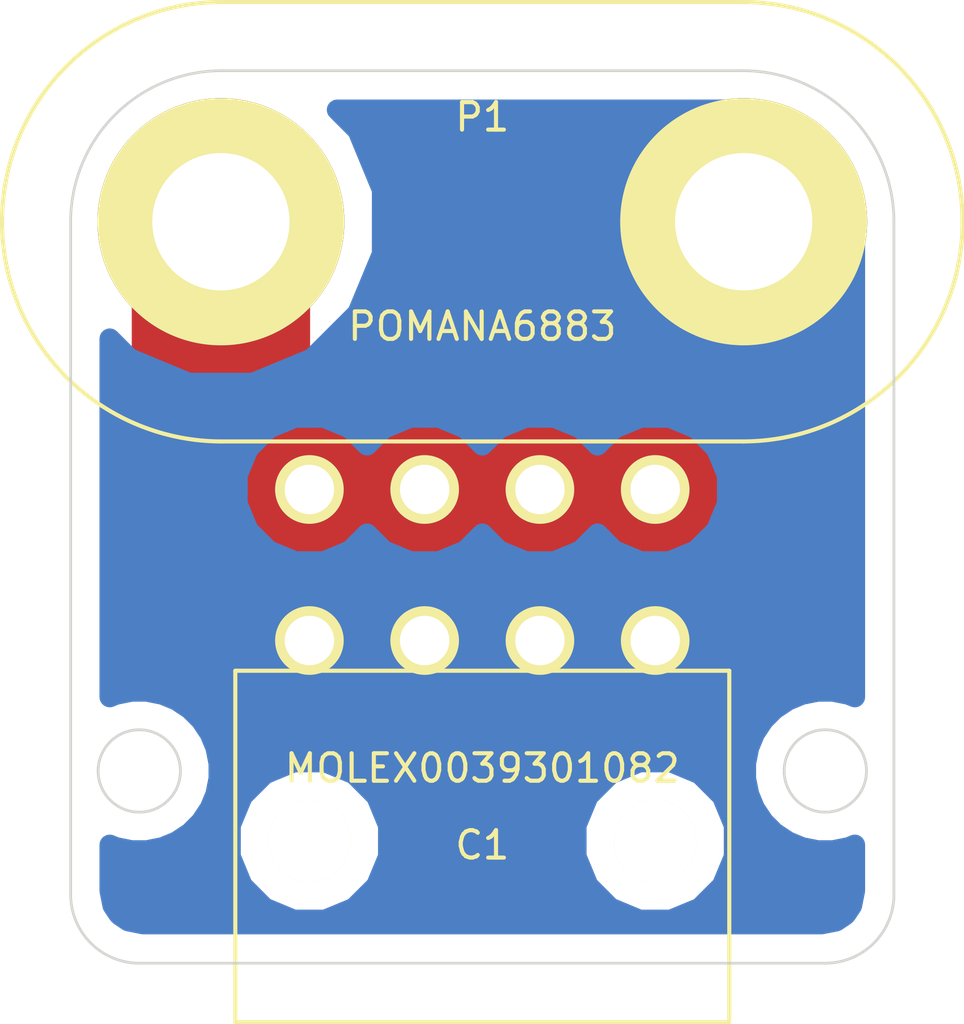
<source format=kicad_pcb>
(kicad_pcb (version 3) (host pcbnew "(2013-jul-07)-stable")

  (general
    (links 8)
    (no_connects 4)
    (area 335.369999 217.234999 372.020001 256.035001)
    (thickness 1.6)
    (drawings 10)
    (tracks 8)
    (zones 0)
    (modules 2)
    (nets 3)
  )

  (page A3)
  (layers
    (15 F.Cu signal)
    (0 B.Cu signal)
    (16 B.Adhes user)
    (17 F.Adhes user)
    (18 B.Paste user)
    (19 F.Paste user)
    (20 B.SilkS user)
    (21 F.SilkS user)
    (22 B.Mask user)
    (23 F.Mask user)
    (24 Dwgs.User user)
    (25 Cmts.User user)
    (26 Eco1.User user)
    (27 Eco2.User user)
    (28 Edge.Cuts user)
  )

  (setup
    (last_trace_width 2.5)
    (trace_clearance 0.75)
    (zone_clearance 1)
    (zone_45_only no)
    (trace_min 0.254)
    (segment_width 0.2)
    (edge_width 0.1)
    (via_size 0.889)
    (via_drill 0.635)
    (via_min_size 0.889)
    (via_min_drill 0.508)
    (uvia_size 0.508)
    (uvia_drill 0.127)
    (uvias_allowed no)
    (uvia_min_size 0.508)
    (uvia_min_drill 0.127)
    (pcb_text_width 0.3)
    (pcb_text_size 1.5 1.5)
    (mod_edge_width 0.15)
    (mod_text_size 1 1)
    (mod_text_width 0.15)
    (pad_size 2.5 2.5)
    (pad_drill 1.8)
    (pad_to_mask_clearance 0)
    (aux_axis_origin 0 0)
    (visible_elements 7FFFFFFF)
    (pcbplotparams
      (layerselection 268468225)
      (usegerberextensions true)
      (excludeedgelayer true)
      (linewidth 0.150000)
      (plotframeref false)
      (viasonmask false)
      (mode 1)
      (useauxorigin false)
      (hpglpennumber 1)
      (hpglpenspeed 20)
      (hpglpendiameter 15)
      (hpglpenoverlay 2)
      (psnegative false)
      (psa4output false)
      (plotreference true)
      (plotvalue true)
      (plotothertext true)
      (plotinvisibletext false)
      (padsonsilk false)
      (subtractmaskfromsilk false)
      (outputformat 1)
      (mirror false)
      (drillshape 0)
      (scaleselection 1)
      (outputdirectory Gerber/))
  )

  (net 0 "")
  (net 1 /GND)
  (net 2 /V_12)

  (net_class Default "This is the default net class."
    (clearance 0.75)
    (trace_width 2.5)
    (via_dia 0.889)
    (via_drill 0.635)
    (uvia_dia 0.508)
    (uvia_drill 0.127)
    (add_net "")
    (add_net /GND)
  )

  (net_class Power ""
    (clearance 0.75)
    (trace_width 6.5)
    (via_dia 0.889)
    (via_drill 0.635)
    (uvia_dia 0.508)
    (uvia_drill 0.127)
    (add_net /V_12)
  )

  (module molex0039301082 (layer F.Cu) (tedit 53DD4C3C) (tstamp 53DD2B5B)
    (at 353.695 238.56)
    (path /53DD2864)
    (fp_text reference C1 (at 0 10.2) (layer F.SilkS)
      (effects (font (size 1 1) (thickness 0.15)))
    )
    (fp_text value MOLEX0039301082 (at 0 7.4) (layer F.SilkS)
      (effects (font (size 1 1) (thickness 0.15)))
    )
    (fp_line (start 9 16.65) (end -9 16.65) (layer F.SilkS) (width 0.15))
    (fp_line (start -9 16.65) (end -9 3.85) (layer F.SilkS) (width 0.15))
    (fp_line (start -9 3.85) (end 9 3.85) (layer F.SilkS) (width 0.15))
    (fp_line (start 9 3.85) (end 9 16.65) (layer F.SilkS) (width 0.15))
    (pad 1 thru_hole circle (at 6.3 2.75) (size 2.5 2.5) (drill 1.8)
      (layers *.Cu *.Mask F.SilkS)
      (net 1 /GND)
    )
    (pad 2 thru_hole circle (at 2.1 2.75) (size 2.5 2.5) (drill 1.8)
      (layers *.Cu *.Mask F.SilkS)
      (net 1 /GND)
    )
    (pad 3 thru_hole circle (at -2.1 2.75) (size 2.5 2.5) (drill 1.8)
      (layers *.Cu *.Mask F.SilkS)
      (net 1 /GND)
    )
    (pad 4 thru_hole circle (at -6.3 2.75) (size 2.5 2.5) (drill 1.8)
      (layers *.Cu *.Mask F.SilkS)
      (net 1 /GND)
    )
    (pad 5 thru_hole circle (at 6.3 -2.75) (size 2.5 2.5) (drill 1.8)
      (layers *.Cu *.Mask F.SilkS)
      (net 2 /V_12)
    )
    (pad 6 thru_hole circle (at 2.1 -2.75) (size 2.5 2.5) (drill 1.8)
      (layers *.Cu *.Mask F.SilkS)
      (net 2 /V_12)
    )
    (pad 7 thru_hole circle (at -2.1 -2.75) (size 2.5 2.5) (drill 1.8)
      (layers *.Cu *.Mask F.SilkS)
      (net 2 /V_12)
    )
    (pad 8 thru_hole circle (at -6.3 -2.75) (size 2.5 2.5) (drill 1.8)
      (layers *.Cu *.Mask F.SilkS)
      (net 2 /V_12)
    )
    (pad "" np_thru_hole circle (at 6.3 10.05) (size 3 3) (drill 3)
      (layers *.Cu *.Mask F.SilkS)
    )
    (pad "" np_thru_hole circle (at -6.3 10.05) (size 3 3) (drill 3)
      (layers *.Cu *.Mask F.SilkS)
    )
  )

  (module binding_post (layer F.Cu) (tedit 53DD379E) (tstamp 53DD2B61)
    (at 353.695 226.06)
    (path /53DD2855)
    (fp_text reference P1 (at 0 -3.81) (layer F.SilkS)
      (effects (font (size 1 1) (thickness 0.15)))
    )
    (fp_text value POMANA6883 (at 0 3.81) (layer F.SilkS)
      (effects (font (size 1 1) (thickness 0.15)))
    )
    (fp_arc (start 9.5 0) (end 9.5 -8) (angle 90) (layer F.SilkS) (width 0.15))
    (fp_line (start -9.5 8) (end 9.5 8) (layer F.SilkS) (width 0.15))
    (fp_line (start -9.5 -8) (end 9.5 -8) (layer F.SilkS) (width 0.15))
    (fp_arc (start -9.5 0) (end -9.5 8) (angle 90) (layer F.SilkS) (width 0.15))
    (fp_arc (start -9.5 0) (end -17.5 0) (angle 90) (layer F.SilkS) (width 0.15))
    (fp_arc (start 9.5 0) (end 17.5 0) (angle 90) (layer F.SilkS) (width 0.15))
    (pad 1 thru_hole circle (at 9.525 0) (size 9 9) (drill 5)
      (layers *.Cu *.Mask F.SilkS)
      (net 1 /GND)
    )
    (pad 2 thru_hole circle (at -9.525 0) (size 9 9) (drill 5)
      (layers *.Cu *.Mask F.SilkS)
      (net 2 /V_12)
    )
  )

  (gr_arc (start 363.195 226.06) (end 363.195 220.56) (angle 90) (layer Edge.Cuts) (width 0.1))
  (gr_arc (start 344.195 226.06) (end 338.695 226.06) (angle 90) (layer Edge.Cuts) (width 0.1))
  (gr_line (start 338.695 250.56) (end 338.695 226.06) (angle 90) (layer Edge.Cuts) (width 0.1))
  (gr_arc (start 341.195 250.56) (end 341.195 253.06) (angle 90) (layer Edge.Cuts) (width 0.1))
  (gr_arc (start 366.195 250.56) (end 368.695 250.56) (angle 90) (layer Edge.Cuts) (width 0.1))
  (gr_line (start 366.195 253.06) (end 341.195 253.06) (angle 90) (layer Edge.Cuts) (width 0.1))
  (gr_line (start 368.695 226.06) (end 368.695 250.56) (angle 90) (layer Edge.Cuts) (width 0.1))
  (gr_line (start 344.195 220.56) (end 363.195 220.56) (angle 90) (layer Edge.Cuts) (width 0.1))
  (gr_circle (center 341.195 246.06) (end 341.195 247.56) (layer Edge.Cuts) (width 0.1))
  (gr_circle (center 366.195 246.06) (end 367.695 246.06) (layer Edge.Cuts) (width 0.1))

  (segment (start 363.22 226.06) (end 363.22 226.385) (width 2.5) (layer F.Cu) (net 1))
  (segment (start 363.445 241.31) (end 347.395 241.31) (width 2.5) (layer F.Cu) (net 1) (tstamp 53DD49FB))
  (segment (start 365.895 238.86) (end 363.445 241.31) (width 2.5) (layer F.Cu) (net 1) (tstamp 53DD49F5))
  (segment (start 365.895 229.06) (end 365.895 238.86) (width 2.5) (layer F.Cu) (net 1) (tstamp 53DD49EE))
  (segment (start 363.22 226.385) (end 365.895 229.06) (width 2.5) (layer F.Cu) (net 1) (tstamp 53DD49DE))
  (segment (start 359.995 235.81) (end 347.395 235.81) (width 6.5) (layer F.Cu) (net 2))
  (segment (start 347.395 235.81) (end 344.17 232.585) (width 6.5) (layer F.Cu) (net 2) (tstamp 53DD4971))
  (segment (start 344.17 232.585) (end 344.17 226.06) (width 6.5) (layer F.Cu) (net 2) (tstamp 53DD4973))

  (zone (net 1) (net_name /GND) (layer B.Cu) (tstamp 53DD435A) (hatch edge 0.508)
    (connect_pads yes (clearance 1))
    (min_thickness 0.75)
    (fill (arc_segments 16) (thermal_gap 1) (thermal_bridge_width 2))
    (polygon
      (pts
        (xy 348.695 221.06) (xy 363.195 221.06) (xy 365.195 221.56) (xy 366.695 222.56) (xy 367.695 224.06)
        (xy 368.195 225.56) (xy 368.195 226.06) (xy 368.195 250.56) (xy 366.195 252.56) (xy 341.195 252.56)
        (xy 339.195 250.56) (xy 339.195 226.06) (xy 339.695 224.06) (xy 340.695 222.56) (xy 342.195 221.56)
        (xy 344.195 221.06) (xy 348.695 221.06)
      )
    )
    (filled_polygon
      (pts
        (xy 367.27 250.415896) (xy 367.161714 250.962776) (xy 366.958834 251.265835) (xy 366.903933 251.320736) (xy 366.593764 251.528376)
        (xy 366.055278 251.635) (xy 362.870497 251.635) (xy 362.870497 248.040636) (xy 362.620454 247.435485) (xy 362.620454 235.290146)
        (xy 362.221664 234.325) (xy 361.483884 233.585932) (xy 360.519435 233.185457) (xy 359.475146 233.184546) (xy 358.51 233.583336)
        (xy 357.894574 234.197688) (xy 357.283884 233.585932) (xy 356.319435 233.185457) (xy 355.275146 233.184546) (xy 354.31 233.583336)
        (xy 353.694574 234.197688) (xy 353.083884 233.585932) (xy 352.119435 233.185457) (xy 351.075146 233.184546) (xy 350.11 233.583336)
        (xy 349.494574 234.197688) (xy 348.883884 233.585932) (xy 347.919435 233.185457) (xy 346.875146 233.184546) (xy 345.91 233.583336)
        (xy 345.170932 234.321116) (xy 344.770457 235.285565) (xy 344.769546 236.329854) (xy 345.168336 237.295) (xy 345.906116 238.034068)
        (xy 346.870565 238.434543) (xy 347.914854 238.435454) (xy 348.88 238.036664) (xy 349.495425 237.422311) (xy 350.106116 238.034068)
        (xy 351.070565 238.434543) (xy 352.114854 238.435454) (xy 353.08 238.036664) (xy 353.695425 237.422311) (xy 354.306116 238.034068)
        (xy 355.270565 238.434543) (xy 356.314854 238.435454) (xy 357.28 238.036664) (xy 357.895425 237.422311) (xy 358.506116 238.034068)
        (xy 359.470565 238.434543) (xy 360.514854 238.435454) (xy 361.48 238.036664) (xy 362.219068 237.298884) (xy 362.619543 236.334435)
        (xy 362.620454 235.290146) (xy 362.620454 247.435485) (xy 362.433727 246.983571) (xy 361.625683 246.174115) (xy 360.569382 245.735501)
        (xy 359.425636 245.734503) (xy 358.368571 246.171273) (xy 357.559115 246.979317) (xy 357.120501 248.035618) (xy 357.119503 249.179364)
        (xy 357.556273 250.236429) (xy 358.364317 251.045885) (xy 359.420618 251.484499) (xy 360.564364 251.485497) (xy 361.621429 251.048727)
        (xy 362.430885 250.240683) (xy 362.869499 249.184382) (xy 362.870497 248.040636) (xy 362.870497 251.635) (xy 350.270497 251.635)
        (xy 350.270497 248.040636) (xy 349.833727 246.983571) (xy 349.025683 246.174115) (xy 347.969382 245.735501) (xy 346.825636 245.734503)
        (xy 345.768571 246.171273) (xy 344.959115 246.979317) (xy 344.520501 248.035618) (xy 344.519503 249.179364) (xy 344.956273 250.236429)
        (xy 345.764317 251.045885) (xy 346.820618 251.484499) (xy 347.964364 251.485497) (xy 349.021429 251.048727) (xy 349.830885 250.240683)
        (xy 350.269499 249.184382) (xy 350.270497 248.040636) (xy 350.270497 251.635) (xy 341.339103 251.635) (xy 340.792223 251.526714)
        (xy 340.489164 251.323834) (xy 340.434263 251.268933) (xy 340.226623 250.958764) (xy 340.12 250.420278) (xy 340.12 248.751115)
        (xy 340.341752 248.843195) (xy 340.915676 248.957876) (xy 341.471683 248.958361) (xy 341.474066 248.957376) (xy 341.474223 248.957376)
        (xy 342.043224 248.843677) (xy 342.045809 248.84368) (xy 342.559678 248.631354) (xy 343.046596 248.30662) (xy 343.440096 247.913806)
        (xy 343.441085 247.911422) (xy 343.441195 247.911313) (xy 343.763143 247.428571) (xy 343.764972 247.426746) (xy 343.978195 246.913248)
        (xy 344.092876 246.339324) (xy 344.092877 246.337853) (xy 344.093361 246.336683) (xy 344.093119 246.06) (xy 344.093361 245.783317)
        (xy 344.092877 245.782146) (xy 344.092876 245.780676) (xy 343.978195 245.206752) (xy 343.764972 244.693254) (xy 343.763143 244.691428)
        (xy 343.441195 244.208687) (xy 343.441085 244.208577) (xy 343.440096 244.206194) (xy 343.046596 243.81338) (xy 342.559678 243.488646)
        (xy 342.045809 243.27632) (xy 342.043224 243.276322) (xy 341.474223 243.162624) (xy 341.474066 243.162623) (xy 341.471683 243.161639)
        (xy 340.915676 243.162124) (xy 340.341752 243.276805) (xy 340.12 243.368884) (xy 340.12 230.318689) (xy 340.837735 231.037678)
        (xy 342.996263 231.933978) (xy 345.333483 231.936018) (xy 347.493572 231.043487) (xy 349.147678 229.392265) (xy 350.043978 227.233737)
        (xy 350.046018 224.896517) (xy 349.153487 222.736428) (xy 348.403369 221.985) (xy 363.054021 221.985) (xy 364.746646 222.323219)
        (xy 366.05963 223.202185) (xy 366.933542 224.50762) (xy 367.27 226.191423) (xy 367.27 243.368953) (xy 367.045809 243.27632)
        (xy 367.043224 243.276322) (xy 366.474223 243.162624) (xy 366.474066 243.162623) (xy 366.471683 243.161639) (xy 365.915676 243.162124)
        (xy 365.341752 243.276805) (xy 364.828254 243.490028) (xy 364.826428 243.491856) (xy 364.343687 243.813805) (xy 364.343577 243.813914)
        (xy 364.341194 243.814904) (xy 363.94838 244.208404) (xy 363.623646 244.695322) (xy 363.41132 245.209191) (xy 363.411322 245.211775)
        (xy 363.297624 245.780777) (xy 363.297622 245.782044) (xy 363.297139 245.783216) (xy 363.29738 246.06) (xy 363.297139 246.336784)
        (xy 363.297622 246.337955) (xy 363.297624 246.339223) (xy 363.411322 246.908224) (xy 363.41132 246.910809) (xy 363.623646 247.424678)
        (xy 363.94838 247.911596) (xy 364.341194 248.305096) (xy 364.343577 248.306085) (xy 364.343687 248.306195) (xy 364.826428 248.628143)
        (xy 364.828254 248.629972) (xy 365.341752 248.843195) (xy 365.915676 248.957876) (xy 366.471683 248.958361) (xy 366.474066 248.957376)
        (xy 366.474223 248.957376) (xy 367.043224 248.843677) (xy 367.045809 248.84368) (xy 367.27 248.751046) (xy 367.27 250.415896)
      )
    )
  )
)

</source>
